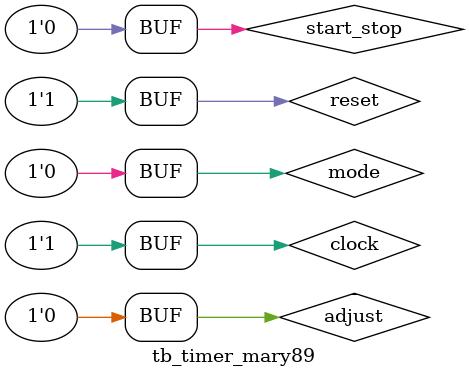
<source format=v>


module tb_timer_mary89();
	reg         clock, reset, adjust, start_stop, mode;
	wire [3:0]  d5, d4, d3, d2, d1, d0;

// Instantiate main module .

	timer_mary89 DUT(clock, reset,adjust, start_stop, mode, d5, d4, d3, d2, d1, d0);	

// Test the counter functionality here.
// You should set up a 50 MHz clock, along with the various control and input signals.

   initial begin

   clock = 1'b0;
   reset = 1'b0;
	#25;

	clock = 1'b1;
	reset = 1'b0;
	adjust = 1'b0;
	start_stop = 1'b0;
	mode = 1'b0;
	#25;

   clock = 1'b0;
	reset = 1'b1;
	#25; 

	clock = 1'b1;
	reset = 1'b0;
	adjust = 1'b0;
	start_stop = 1'b0;
	mode = 1'b1;
	#25;
	
	clock = 1'b0;
	reset = 1'b1;
	#25;

   clock = 1'b1;
	reset = 1'b1;
	adjust = 1'b0;
	start_stop = 1'b0;
	mode = 1'b0;
	#25; 
	
	clock = 1'b0;
	reset = 1'b1;
	#25;

   clock = 1'b1;
	reset = 1'b1;
	adjust = 1'b0;
	start_stop = 1'b0;
	mode = 1'b1;
	#25;

   clock = 1'b0;
	reset = 1'b1;
	#25;

   clock = 1'b1;
	reset = 1'b1;
	adjust = 1'b0;
	start_stop = 1'b0;
	mode = 1'b0;
	#25; 	
	
	end 

endmodule 

</source>
